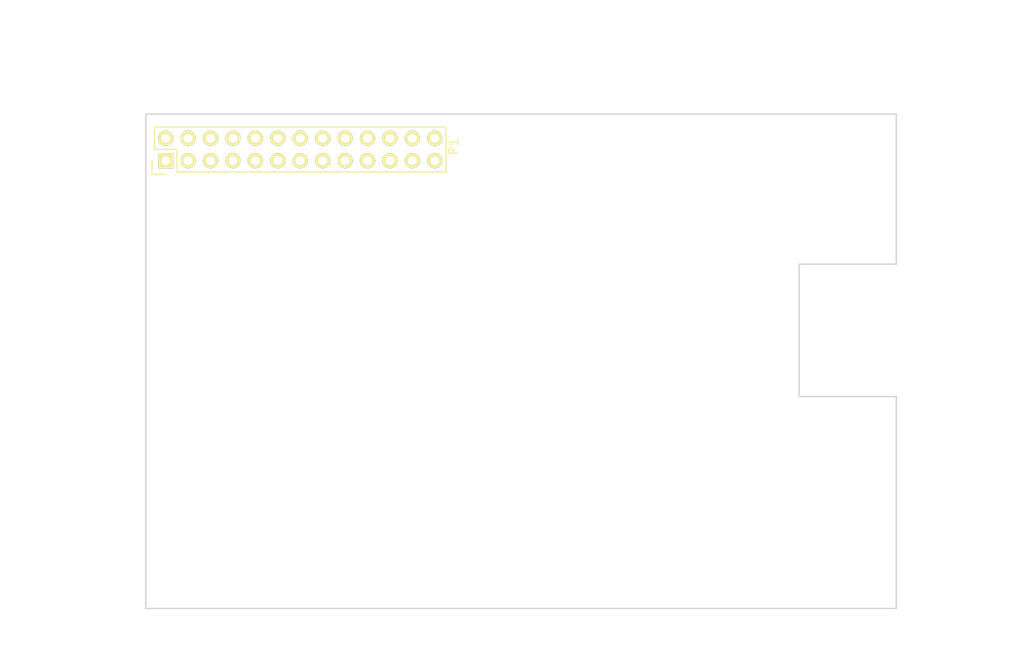
<source format=kicad_pcb>
(kicad_pcb (version 20221018) (generator pcbnew)
  (title_block (date "15 nov 2012"))
  (layers (0 "F.Cu" signal) (31 "B.Cu" signal) (34 "B.Paste" user) (35 "F.Paste" user) (36 "B.SilkS" user "B.Silkscreen") (37 "F.SilkS" user "F.Silkscreen") (38 "B.Mask" user) (39 "F.Mask" user) (44 "Edge.Cuts" user))
  (net 0 "")
  (net 1 "+5V")
  (net 2 "GND")
  (net 3 "+3V3")
  (net 4 "/GPIO0(SDA)")
  (net 5 "Net-(P1-Pad4)")
  (net 6 "/GPIO1(SCL)")
  (net 7 "/GPIO4")
  (net 8 "/TXD")
  (net 9 "Net-(P1-Pad9)")
  (net 10 "/RXD")
  (net 11 "/GPIO17")
  (net 12 "/GPIO18")
  (net 13 "/GPIO21")
  (net 14 "Net-(P1-Pad14)")
  (net 15 "/GPIO22")
  (net 16 "/GPIO23")
  (net 17 "Net-(P1-Pad17)")
  (net 18 "/GPIO24")
  (net 19 "/GPIO10(MOSI)")
  (net 20 "Net-(P1-Pad20)")
  (net 21 "/GPIO9(MISO)")
  (net 22 "/GPIO25")
  (net 23 "/GPIO11(SCLK)")
  (net 24 "/GPIO8(CE0)")
  (net 25 "Net-(P1-Pad25)")
  (net 26 "/GPIO7(CE1)")
  (footprint "Pin_Headers:Pin_Header_Straight_2x13" (layer "F.Cu") (at 145.75536 130.27914 90)
    (fp_text reference "P1" (at 1.5875 32.6136 90) (layer "F.SilkS"))
    (fp_text value "CONN_13X2")
    (fp_line (start -1.55 -1.55) (end -1.55 0) (stroke (width 0.15)) (layer "F.SilkS"))
    (fp_line (start -1.27 1.27) (end -1.27 31.75) (stroke (width 0.15)) (layer "F.SilkS"))
    (fp_line (start 0 -1.55) (end -1.55 -1.55) (stroke (width 0.15)) (layer "F.SilkS"))
    (fp_line (start 1.27 -1.27) (end 1.27 1.27) (stroke (width 0.15)) (layer "F.SilkS"))
    (fp_line (start 1.27 1.27) (end -1.27 1.27) (stroke (width 0.15)) (layer "F.SilkS"))
    (fp_line (start 3.81 -1.27) (end 1.27 -1.27) (stroke (width 0.15)) (layer "F.SilkS"))
    (fp_line (start 3.81 -1.27) (end 3.81 31.75) (stroke (width 0.15)) (layer "F.SilkS"))
    (fp_line (start 3.81 31.75) (end -1.27 31.75) (stroke (width 0.15)) (layer "F.SilkS"))
    (pad "1" thru_hole rect locked (at 0 0 90) (size 1.7272 1.7272) (drill 1.016) (layers "*.Cu" "*.Mask" "F.SilkS") (net 3 "+3V3"))
    (pad "2" thru_hole oval locked (at 2.54 0 90) (size 1.7272 1.7272) (drill 1.016) (layers "*.Cu" "*.Mask" "F.SilkS") (net 1 "+5V"))
    (pad "3" thru_hole oval locked (at 0 2.54 90) (size 1.7272 1.7272) (drill 1.016) (layers "*.Cu" "*.Mask" "F.SilkS") (net 4 "/GPIO0(SDA)"))
    (pad "4" thru_hole oval locked (at 2.54 2.54 90) (size 1.7272 1.7272) (drill 1.016) (layers "*.Cu" "*.Mask" "F.SilkS") (net 5 "Net-(P1-Pad4)"))
    (pad "5" thru_hole oval locked (at 0 5.08 90) (size 1.7272 1.7272) (drill 1.016) (layers "*.Cu" "*.Mask" "F.SilkS") (net 6 "/GPIO1(SCL)"))
    (pad "6" thru_hole oval locked (at 2.54 5.08 90) (size 1.7272 1.7272) (drill 1.016) (layers "*.Cu" "*.Mask" "F.SilkS") (net 2 "GND"))
    (pad "7" thru_hole oval locked (at 0 7.62 90) (size 1.7272 1.7272) (drill 1.016) (layers "*.Cu" "*.Mask" "F.SilkS") (net 7 "/GPIO4"))
    (pad "8" thru_hole oval locked (at 2.54 7.62 90) (size 1.7272 1.7272) (drill 1.016) (layers "*.Cu" "*.Mask" "F.SilkS") (net 8 "/TXD"))
    (pad "9" thru_hole oval locked (at 0 10.16 90) (size 1.7272 1.7272) (drill 1.016) (layers "*.Cu" "*.Mask" "F.SilkS") (net 9 "Net-(P1-Pad9)"))
    (pad "10" thru_hole oval locked (at 2.54 10.16 90) (size 1.7272 1.7272) (drill 1.016) (layers "*.Cu" "*.Mask" "F.SilkS") (net 10 "/RXD"))
    (pad "11" thru_hole oval locked (at 0 12.7 90) (size 1.7272 1.7272) (drill 1.016) (layers "*.Cu" "*.Mask" "F.SilkS") (net 11 "/GPIO17"))
    (pad "12" thru_hole oval locked (at 2.54 12.7 90) (size 1.7272 1.7272) (drill 1.016) (layers "*.Cu" "*.Mask" "F.SilkS") (net 12 "/GPIO18"))
    (pad "13" thru_hole oval locked (at 0 15.24 90) (size 1.7272 1.7272) (drill 1.016) (layers "*.Cu" "*.Mask" "F.SilkS") (net 13 "/GPIO21"))
    (pad "14" thru_hole oval locked (at 2.54 15.24 90) (size 1.7272 1.7272) (drill 1.016) (layers "*.Cu" "*.Mask" "F.SilkS") (net 14 "Net-(P1-Pad14)"))
    (pad "15" thru_hole oval locked (at 0 17.78 90) (size 1.7272 1.7272) (drill 1.016) (layers "*.Cu" "*.Mask" "F.SilkS") (net 15 "/GPIO22"))
    (pad "16" thru_hole oval locked (at 2.54 17.78 90) (size 1.7272 1.7272) (drill 1.016) (layers "*.Cu" "*.Mask" "F.SilkS") (net 16 "/GPIO23"))
    (pad "17" thru_hole oval locked (at 0 20.32 90) (size 1.7272 1.7272) (drill 1.016) (layers "*.Cu" "*.Mask" "F.SilkS") (net 17 "Net-(P1-Pad17)"))
    (pad "18" thru_hole oval locked (at 2.54 20.32 90) (size 1.7272 1.7272) (drill 1.016) (layers "*.Cu" "*.Mask" "F.SilkS") (net 18 "/GPIO24"))
    (pad "19" thru_hole oval locked (at 0 22.86 90) (size 1.7272 1.7272) (drill 1.016) (layers "*.Cu" "*.Mask" "F.SilkS") (net 19 "/GPIO10(MOSI)"))
    (pad "20" thru_hole oval locked (at 2.54 22.86 90) (size 1.7272 1.7272) (drill 1.016) (layers "*.Cu" "*.Mask" "F.SilkS") (net 20 "Net-(P1-Pad20)"))
    (pad "21" thru_hole oval locked (at 0 25.4 90) (size 1.7272 1.7272) (drill 1.016) (layers "*.Cu" "*.Mask" "F.SilkS") (net 21 "/GPIO9(MISO)"))
    (pad "22" thru_hole oval locked (at 2.54 25.4 90) (size 1.7272 1.7272) (drill 1.016) (layers "*.Cu" "*.Mask" "F.SilkS") (net 22 "/GPIO25"))
    (pad "23" thru_hole oval locked (at 0 27.94 90) (size 1.7272 1.7272) (drill 1.016) (layers "*.Cu" "*.Mask" "F.SilkS") (net 23 "/GPIO11(SCLK)"))
    (pad "24" thru_hole oval locked (at 2.54 27.94 90) (size 1.7272 1.7272) (drill 1.016) (layers "*.Cu" "*.Mask" "F.SilkS") (net 24 "/GPIO8(CE0)"))
    (pad "25" thru_hole oval locked (at 0 30.48 90) (size 1.7272 1.7272) (drill 1.016) (layers "*.Cu" "*.Mask" "F.SilkS") (net 25 "Net-(P1-Pad25)"))
    (pad "26" thru_hole oval locked (at 2.54 30.48 90) (size 1.7272 1.7272) (drill 1.016) (layers "*.Cu" "*.Mask" "F.SilkS") (net 26 "/GPIO7(CE1)"))
  )
  (gr_line (start 143.5 181) (end 228.5 181) (stroke (width 0.15)) (layer "Edge.Cuts"))
  (gr_line (start 228.5 142) (end 228.5 125) (stroke (width 0.15)) (layer "Edge.Cuts"))
  (gr_line (start 228.5 181) (end 228.5 157) (stroke (width 0.15)) (layer "Edge.Cuts"))
  (gr_line (start 217.5 157) (end 217.5 142) (stroke (width 0.15)) (layer "Edge.Cuts"))
  (gr_line (start 228.5 125) (end 143.5 125) (stroke (width 0.15)) (layer "Edge.Cuts"))
  (gr_line (start 217.5 142) (end 228.5 142) (stroke (width 0.15)) (layer "Edge.Cuts"))
  (gr_line (start 143.5 125) (end 143.5 181) (stroke (width 0.15)) (layer "Edge.Cuts"))
  (gr_line (start 228.5 157) (end 217.5 157) (stroke (width 0.15)) (layer "Edge.Cuts"))
)
</source>
